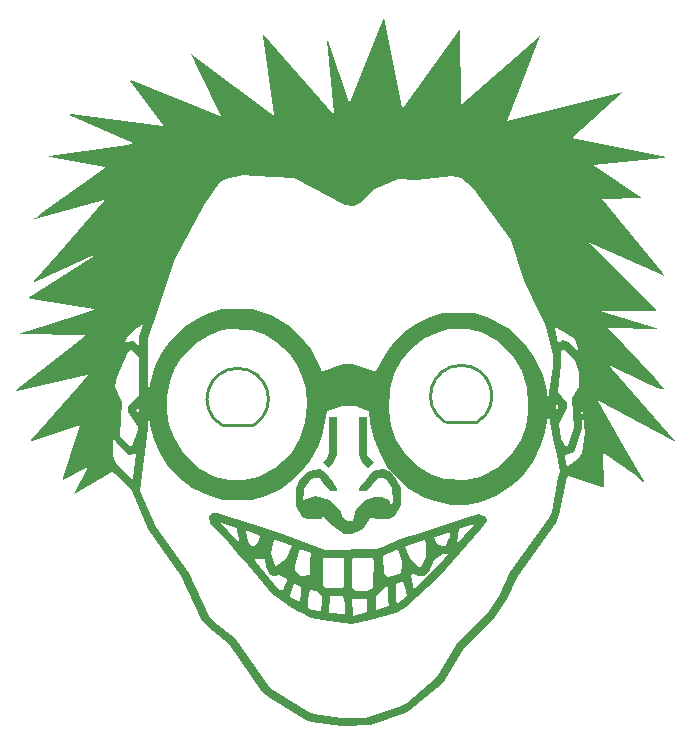
<source format=gbo>
G04 Layer: BottomSilkscreenLayer*
G04 EasyEDA v6.5.50, 2025-05-04 21:41:00*
G04 ca8d08ed92a845228751cf11d91fab5a,29578758438443b98db2ef743fe8f290,10*
G04 Gerber Generator version 0.2*
G04 Scale: 100 percent, Rotated: No, Reflected: No *
G04 Dimensions in millimeters *
G04 leading zeros omitted , absolute positions ,4 integer and 5 decimal *
%FSLAX45Y45*%
%MOMM*%

%ADD10C,0.2540*%
%ADD11C,0.0120*%

%LPD*%
G36*
X2979369Y9210294D02*
G01*
X2944672Y9131757D01*
X2692806Y8499449D01*
X2683002Y8499195D01*
X2502458Y9014307D01*
X2498344Y9009634D01*
X2557322Y8398865D01*
X2552344Y8383676D01*
X1954834Y9067800D01*
X1954834Y9052001D01*
X2050897Y8382863D01*
X2043734Y8375700D01*
X1344625Y8899906D01*
X1411478Y8756599D01*
X1595932Y8377072D01*
X1590802Y8377072D01*
X834034Y8682329D01*
X826922Y8675268D01*
X1110234Y8298129D01*
X1103376Y8292998D01*
X326136Y8393785D01*
X311962Y8389772D01*
X854862Y8145983D01*
X815187Y8133740D01*
X142748Y8035036D01*
X135432Y8028076D01*
X151485Y8027974D01*
X612292Y7941360D01*
X616458Y7936433D01*
X66598Y7543800D01*
X30886Y7513269D01*
X13208Y7513269D01*
X22199Y7504277D01*
X603808Y7661909D01*
X608634Y7657134D01*
X218939Y7207910D01*
X540105Y7207910D01*
X540105Y7199172D01*
X531368Y7199172D01*
X531368Y7207910D01*
X218939Y7207910D01*
X18389Y6976668D01*
X22606Y6971639D01*
X448360Y7166356D01*
X522630Y7198563D01*
X522630Y7192518D01*
X-35763Y6837121D01*
X-5740Y6825234D01*
X522630Y6741871D01*
X522630Y6731660D01*
X72847Y6594094D01*
X-119278Y6531711D01*
X455218Y6522974D01*
X359033Y6446367D01*
X774242Y6446367D01*
X809193Y6514287D01*
X862837Y6565138D01*
X928725Y6604253D01*
X940511Y6605879D01*
X906881Y6510324D01*
X906881Y6500774D01*
X976731Y6500774D01*
X1022197Y6618986D01*
X1062075Y6732371D01*
X1210513Y7168642D01*
X1450238Y7620914D01*
X1593697Y7814614D01*
X1641652Y7846009D01*
X1784553Y7879029D01*
X1889353Y7871561D01*
X2212492Y7850784D01*
X2378405Y7763764D01*
X2502408Y7698384D01*
X2646222Y7624419D01*
X2720441Y7616037D01*
X2771394Y7643215D01*
X2902407Y7757617D01*
X3094532Y7840472D01*
X3260445Y7836763D01*
X3555339Y7872628D01*
X3630574Y7851597D01*
X3732022Y7770063D01*
X4050182Y7325715D01*
X4167174Y6976668D01*
X4307027Y6680047D01*
X4336897Y6636410D01*
X4349081Y6588759D01*
X4426305Y6588759D01*
X4500524Y6551117D01*
X4593336Y6491986D01*
X4616450Y6435750D01*
X4628337Y6374688D01*
X4542485Y6465265D01*
X4494885Y6477203D01*
X4454347Y6458762D01*
X4426305Y6570218D01*
X4426305Y6588759D01*
X4349081Y6588759D01*
X4408830Y6355130D01*
X4407560Y6252514D01*
X4378499Y6040424D01*
X4449470Y6040424D01*
X4478934Y6269990D01*
X4478731Y6384239D01*
X4499813Y6405372D01*
X4591761Y6314694D01*
X4627168Y6209893D01*
X4627168Y6080150D01*
X4573320Y5986119D01*
X4585716Y5735777D01*
X4538827Y5595112D01*
X4516678Y5576671D01*
X4481118Y5641746D01*
X4461357Y5766663D01*
X4525314Y5901182D01*
X4525314Y5950000D01*
X4449470Y6040424D01*
X4378499Y6040424D01*
X4368088Y5964580D01*
X4354779Y6051854D01*
X4321860Y6188202D01*
X4252010Y6337046D01*
X4174490Y6445554D01*
X4027881Y6584086D01*
X3854297Y6673799D01*
X3749497Y6705955D01*
X3470046Y6706209D01*
X3347770Y6664655D01*
X3247593Y6615633D01*
X3169107Y6561632D01*
X3064154Y6464604D01*
X2983382Y6357213D01*
X2913481Y6217615D01*
X2907842Y6211468D01*
X2718968Y6274308D01*
X2629001Y6274308D01*
X2448814Y6211671D01*
X2441143Y6234684D01*
X2356561Y6403441D01*
X2259838Y6526936D01*
X2164130Y6604863D01*
X2037791Y6683349D01*
X1871878Y6740601D01*
X1609902Y6741109D01*
X1496364Y6707886D01*
X1391564Y6661048D01*
X1286764Y6594195D01*
X1163218Y6470650D01*
X1092657Y6365951D01*
X1038047Y6257696D01*
X993394Y6104178D01*
X981412Y6002324D01*
X1142695Y6002324D01*
X1167892Y6134049D01*
X1210716Y6239916D01*
X1269288Y6337147D01*
X1378305Y6449110D01*
X1485087Y6518046D01*
X1583690Y6555079D01*
X1653539Y6570065D01*
X1854403Y6564934D01*
X1962099Y6527647D01*
X2068118Y6465570D01*
X2174849Y6366865D01*
X2240635Y6269990D01*
X2286863Y6178651D01*
X2313940Y6078016D01*
X2328062Y5932627D01*
X2313076Y5784951D01*
X2268067Y5650484D01*
X2187600Y5519623D01*
X2059228Y5393740D01*
X1915566Y5322976D01*
X1793290Y5297424D01*
X1671015Y5297424D01*
X1548739Y5323078D01*
X1417777Y5387086D01*
X1267764Y5537047D01*
X1196238Y5659221D01*
X1161034Y5765038D01*
X1142796Y5877356D01*
X1142695Y6002324D01*
X981412Y6002324D01*
X979017Y5982055D01*
X976731Y6500774D01*
X906881Y6500774D01*
X906881Y6430873D01*
X855929Y6468465D01*
X806450Y6460032D01*
X774242Y6446367D01*
X359033Y6446367D01*
X-133299Y6054242D01*
X-128016Y6049060D01*
X463956Y6187541D01*
X471170Y6180328D01*
X389082Y6086754D01*
X704443Y6086754D01*
X713790Y6168593D01*
X813104Y6383375D01*
X832662Y6396228D01*
X841400Y6396329D01*
X906881Y6334302D01*
X906881Y6013958D01*
X810818Y5922365D01*
X810818Y5889548D01*
X877824Y5889548D01*
X900277Y5916625D01*
X906881Y5916625D01*
X906881Y5860491D01*
X877824Y5889548D01*
X810818Y5889548D01*
X810818Y5872175D01*
X898144Y5742889D01*
X898144Y5715558D01*
X843330Y5585053D01*
X832002Y5585053D01*
X747318Y5670905D01*
X756361Y5955893D01*
X704443Y6086754D01*
X389082Y6086754D01*
X-8839Y5633212D01*
X-5080Y5629452D01*
X387248Y5750560D01*
X407771Y5750814D01*
X322644Y5496102D01*
X679805Y5496102D01*
X680364Y5650484D01*
X706577Y5615584D01*
X815136Y5504789D01*
X880618Y5513578D01*
X871677Y5449824D01*
X855980Y5313172D01*
X845210Y5302402D01*
X706221Y5440476D01*
X679805Y5496102D01*
X322644Y5496102D01*
X260604Y5310581D01*
X260604Y5296966D01*
X457098Y5397296D01*
X471220Y5403646D01*
X355752Y5173370D01*
X369773Y5181244D01*
X673150Y5360060D01*
X715772Y5337251D01*
X841352Y5205120D01*
X914704Y5205120D01*
X976731Y5739841D01*
X978966Y5886043D01*
X994460Y5763920D01*
X1029258Y5636717D01*
X1079093Y5526989D01*
X1145032Y5423662D01*
X1230376Y5324856D01*
X1356664Y5228234D01*
X1505102Y5158943D01*
X1618640Y5127498D01*
X1863140Y5127244D01*
X1976678Y5157978D01*
X2103221Y5217718D01*
X2186279Y5274614D01*
X2270810Y5353304D01*
X2355646Y5459882D01*
X2424684Y5589422D01*
X2462174Y5702858D01*
X2492603Y5877356D01*
X2631643Y5925870D01*
X2739237Y5918758D01*
X2815157Y5891530D01*
X3017723Y5891530D01*
X3027984Y6069279D01*
X3065678Y6191453D01*
X3125063Y6305143D01*
X3211372Y6411671D01*
X3321558Y6494983D01*
X3426358Y6544208D01*
X3522421Y6569811D01*
X3688384Y6570725D01*
X3799890Y6544462D01*
X3941622Y6471208D01*
X4081373Y6331051D01*
X4147312Y6217615D01*
X4192981Y6078016D01*
X4198249Y5943803D01*
X4435043Y5943803D01*
X4452518Y5933033D01*
X4452518Y5900166D01*
X4435043Y5889396D01*
X4435043Y5943803D01*
X4198249Y5943803D01*
X4201312Y5865774D01*
X4180535Y5746445D01*
X4135628Y5633059D01*
X4057294Y5510885D01*
X3939184Y5396280D01*
X3793185Y5322824D01*
X3662172Y5295392D01*
X3496259Y5304485D01*
X3382467Y5340197D01*
X3273856Y5406186D01*
X3166008Y5510885D01*
X3084169Y5635447D01*
X3039719Y5755284D01*
X3017723Y5891530D01*
X2815157Y5891530D01*
X2853588Y5877763D01*
X2864053Y5781344D01*
X2890367Y5641746D01*
X2949041Y5505348D01*
X3007207Y5409133D01*
X3094532Y5306212D01*
X3193440Y5222951D01*
X3312820Y5151628D01*
X3410508Y5115204D01*
X3543554Y5087721D01*
X3682847Y5087721D01*
X3802430Y5112867D01*
X3930497Y5160264D01*
X4055160Y5242001D01*
X4144873Y5323179D01*
X4241647Y5449824D01*
X4310888Y5589422D01*
X4345787Y5702858D01*
X4365244Y5833719D01*
X4369612Y5886043D01*
X4410405Y5641746D01*
X4439331Y5503113D01*
X4511954Y5503113D01*
X4584801Y5535930D01*
X4615942Y5598160D01*
X4655464Y5729020D01*
X4645812Y5982055D01*
X4681016Y5694121D01*
X4654651Y5521147D01*
X4621022Y5475986D01*
X4538776Y5416854D01*
X4523282Y5432348D01*
X4511954Y5503113D01*
X4439331Y5503113D01*
X4468266Y5364632D01*
X4453483Y5318963D01*
X4398314Y5022291D01*
X4376521Y4969916D01*
X4049115Y4519828D01*
X3955694Y4311954D01*
X3866337Y4184802D01*
X3591509Y3896766D01*
X3427831Y3628288D01*
X3173120Y3410965D01*
X3122777Y3384702D01*
X2823768Y3281832D01*
X2619502Y3281679D01*
X2382418Y3316478D01*
X2325979Y3341115D01*
X2011832Y3531971D01*
X1713839Y3957828D01*
X1574952Y4067149D01*
X1496364Y4141063D01*
X1324406Y4507534D01*
X1049934Y4900117D01*
X914704Y5205120D01*
X841400Y5205069D01*
X981100Y4878476D01*
X1258519Y4481322D01*
X1431848Y4115257D01*
X1476095Y4057294D01*
X1663801Y3909415D01*
X1949246Y3498799D01*
X2011629Y3450234D01*
X2301798Y3273044D01*
X2360980Y3248355D01*
X2622702Y3210306D01*
X2867456Y3217926D01*
X3159760Y3324606D01*
X3202584Y3347110D01*
X3480257Y3578758D01*
X3644239Y3853129D01*
X3916730Y4132326D01*
X4021683Y4289399D01*
X4110431Y4484725D01*
X4437329Y4935067D01*
X4463338Y4996129D01*
X4524705Y5318963D01*
X4536287Y5331968D01*
X4823053Y5236057D01*
X4839055Y5236057D01*
X4831181Y5523077D01*
X4849876Y5512663D01*
X5096154Y5349951D01*
X5170119Y5278272D01*
X5179263Y5287365D01*
X5013401Y5571947D01*
X4791608Y5961634D01*
X4797450Y5966714D01*
X5417515Y5635701D01*
X5441899Y5625846D01*
X4910988Y6235242D01*
X4887061Y6265570D01*
X5199024Y6116066D01*
X5318099Y6063843D01*
X5345531Y6069279D01*
X5276037Y6156553D01*
X5146802Y6298438D01*
X4876647Y6581546D01*
X5308346Y6575348D01*
X5308346Y6577177D01*
X4806289Y6723684D01*
X5282133Y6728307D01*
X5282133Y6743750D01*
X4714392Y7297928D01*
X4719726Y7303262D01*
X5295239Y7049465D01*
X5352186Y7025487D01*
X5334965Y7055205D01*
X4822088Y7674711D01*
X5162245Y7679436D01*
X4771288Y7942986D01*
X4748885Y7963763D01*
X5338927Y8020507D01*
X5370626Y8032750D01*
X4614062Y8179257D01*
X4572304Y8190230D01*
X5001463Y8581898D01*
X4998313Y8584590D01*
X4020667Y8334451D01*
X4017772Y8337803D01*
X4128312Y8617000D01*
X4302201Y9057589D01*
X4296918Y9057589D01*
X3627221Y8473744D01*
X3618484Y9111437D01*
X3138881Y8447633D01*
X3129432Y8456777D01*
G37*
G36*
X2513787Y5829350D02*
G01*
X2513787Y5522823D01*
X2494127Y5484723D01*
X2457856Y5444998D01*
X2504541Y5398363D01*
X2550414Y5441086D01*
X2583637Y5505856D01*
X2583637Y5829350D01*
G37*
G36*
X2767025Y5829350D02*
G01*
X2767025Y5505958D01*
X2791053Y5449824D01*
X2845968Y5398211D01*
X2892094Y5444286D01*
X2836875Y5507126D01*
X2836875Y5829350D01*
G37*
G36*
X2434336Y5384393D02*
G01*
X2378405Y5382818D01*
X2322728Y5366715D01*
X2268778Y5301488D01*
X2231288Y5224373D01*
X2229916Y5074462D01*
X2286762Y4985816D01*
X2331212Y4965598D01*
X2451201Y4965598D01*
X2458212Y4986680D01*
X2544318Y4907330D01*
X2637586Y4834686D01*
X2710281Y4834890D01*
X2799740Y4876495D01*
X2864866Y4981905D01*
X2907893Y4965598D01*
X3024632Y4965852D01*
X3068320Y4987848D01*
X3126384Y5083352D01*
X3119475Y5231688D01*
X3082239Y5303520D01*
X3034182Y5360568D01*
X2977184Y5384393D01*
X2911094Y5383784D01*
X2873095Y5362549D01*
X2823768Y5298287D01*
X2777794Y5240426D01*
X2765856Y5201158D01*
X2836570Y5201158D01*
X2925826Y5314594D01*
X2966466Y5314594D01*
X2994710Y5303774D01*
X3048965Y5224932D01*
X3057347Y5108397D01*
X3028543Y5052822D01*
X3019653Y5052822D01*
X3035706Y5083352D01*
X3020568Y5123383D01*
X2959709Y5148783D01*
X2893669Y5148732D01*
X2825851Y5129885D01*
X2743047Y5052517D01*
X2713736Y4948123D01*
X2670352Y4948123D01*
X2627477Y4976215D01*
X2609850Y5041544D01*
X2517851Y5128463D01*
X2391714Y5159349D01*
X2304846Y5128158D01*
X2296007Y5100828D01*
X2303729Y5220716D01*
X2357170Y5303977D01*
X2395880Y5314340D01*
X2434742Y5314594D01*
X2461158Y5266588D01*
X2519984Y5201158D01*
X2583637Y5201158D01*
X2583637Y5223459D01*
X2544318Y5277053D01*
X2479395Y5363870D01*
G37*
G36*
X1518818Y5017922D02*
G01*
X1499108Y4981194D01*
X1508175Y4932883D01*
X1602333Y4932883D01*
X1636115Y4922164D01*
X1730959Y4891430D01*
X1738034Y4860899D01*
X1829460Y4860899D01*
X1915566Y4832400D01*
X1928875Y4820513D01*
X1908962Y4760569D01*
X1881632Y4738725D01*
X1850643Y4738725D01*
X1830070Y4777181D01*
X1807972Y4860899D01*
X1738034Y4860899D01*
X1753260Y4795469D01*
X1753971Y4769866D01*
X1656537Y4865268D01*
X1602333Y4932883D01*
X1508175Y4932883D01*
X1510080Y4922723D01*
X1662277Y4760112D01*
X1735629Y4679746D01*
X2023211Y4679746D01*
X2045512Y4791659D01*
X2067306Y4783328D01*
X2136749Y4764633D01*
X2198674Y4738776D01*
X2148027Y4629658D01*
X2065070Y4565243D01*
X2053336Y4572457D01*
X2023211Y4679746D01*
X1735629Y4679746D01*
X1785334Y4625289D01*
X1970379Y4625289D01*
X1982419Y4561179D01*
X1998165Y4521860D01*
X2225598Y4521860D01*
X2225598Y4571136D01*
X2261463Y4690770D01*
X2268423Y4711903D01*
X2357120Y4675073D01*
X2356612Y4655820D01*
X2966212Y4655820D01*
X3077057Y4702403D01*
X3096463Y4703826D01*
X3133801Y4606290D01*
X3133801Y4566412D01*
X3122726Y4511141D01*
X3078467Y4488738D01*
X3203194Y4488738D01*
X3220669Y4506163D01*
X3265627Y4485690D01*
X3314852Y4485690D01*
X3358642Y4520133D01*
X3397707Y4616246D01*
X3478784Y4667707D01*
X3519525Y4668926D01*
X3461969Y4594758D01*
X3235198Y4371797D01*
X3223158Y4394098D01*
X3203194Y4488738D01*
X3078467Y4488738D01*
X3077057Y4488027D01*
X3013913Y4476648D01*
X2977286Y4507534D01*
X2966212Y4655820D01*
X2356612Y4655820D01*
X2356038Y4634026D01*
X2636012Y4634026D01*
X2636012Y4391609D01*
X2615575Y4383735D01*
X2705912Y4383735D01*
X2705912Y4622393D01*
X2717546Y4634026D01*
X2887421Y4634026D01*
X2896108Y4611370D01*
X2888204Y4416450D01*
X3081426Y4416450D01*
X3120694Y4432249D01*
X3142234Y4433366D01*
X3153054Y4385360D01*
X3170580Y4315714D01*
X3095142Y4250791D01*
X3081680Y4271924D01*
X3081426Y4416450D01*
X2888204Y4416450D01*
X2886862Y4383328D01*
X2838551Y4354830D01*
X2737815Y4354830D01*
X2705912Y4383735D01*
X2615575Y4383735D01*
X2608427Y4380992D01*
X2488793Y4380992D01*
X2461361Y4408424D01*
X2461361Y4634026D01*
X2356038Y4634026D01*
X2352192Y4490059D01*
X2272639Y4484878D01*
X2225598Y4521860D01*
X1998165Y4521860D01*
X2009190Y4494276D01*
X2050897Y4483811D01*
X2093468Y4494479D01*
X2155698Y4457801D01*
X2155698Y4444238D01*
X2132076Y4385360D01*
X2121154Y4354423D01*
X2084832Y4376623D01*
X1898091Y4602226D01*
X1884121Y4625289D01*
X1785334Y4625289D01*
X1829104Y4577334D01*
X1992325Y4376623D01*
X2048843Y4316780D01*
X2181301Y4316780D01*
X2219248Y4415891D01*
X2226462Y4415891D01*
X2277973Y4389272D01*
X2277973Y4339793D01*
X2266848Y4258919D01*
X2203754Y4296460D01*
X2181301Y4316780D01*
X2048843Y4316780D01*
X2055266Y4309973D01*
X2203506Y4215841D01*
X2339086Y4215841D01*
X2339086Y4282592D01*
X2350465Y4365396D01*
X2411476Y4355541D01*
X2452624Y4316882D01*
X2452624Y4261307D01*
X2441854Y4182668D01*
X2371750Y4198366D01*
X2339086Y4215841D01*
X2203506Y4215841D01*
X2262547Y4178350D01*
X2512872Y4178350D01*
X2524912Y4311192D01*
X2633726Y4311192D01*
X2638072Y4285030D01*
X2837738Y4285030D01*
X2833504Y4196588D01*
X2906776Y4196588D01*
X2906776Y4309465D01*
X2969869Y4372508D01*
X2998470Y4389221D01*
X3011576Y4389729D01*
X3011576Y4278477D01*
X3021939Y4226661D01*
X2906776Y4196588D01*
X2833504Y4196588D01*
X2832506Y4175963D01*
X2718968Y4147667D01*
X2716022Y4158538D01*
X2708249Y4285030D01*
X2638072Y4285030D01*
X2644546Y4245762D01*
X2644749Y4165803D01*
X2636215Y4157268D01*
X2519934Y4171238D01*
X2512872Y4178350D01*
X2262547Y4178350D01*
X2264867Y4176877D01*
X2362657Y4129379D01*
X2509418Y4102608D01*
X2703677Y4075074D01*
X2858719Y4110126D01*
X3079496Y4168851D01*
X3168345Y4219600D01*
X3442919Y4472635D01*
X3801872Y4880457D01*
X3851706Y4946243D01*
X3839514Y4984597D01*
X3786022Y5007051D01*
X3723284Y4990338D01*
X3234232Y4832858D01*
X3162344Y4809083D01*
X3402177Y4809083D01*
X3408883Y4814874D01*
X3513683Y4850790D01*
X3535527Y4852162D01*
X3535172Y4812893D01*
X3515695Y4770069D01*
X3597351Y4770069D01*
X3609746Y4882083D01*
X3705809Y4912156D01*
X3738930Y4913223D01*
X3653332Y4821631D01*
X3604666Y4762703D01*
X3597351Y4770069D01*
X3515695Y4770069D01*
X3501440Y4738725D01*
X3477006Y4738725D01*
X3423665Y4757318D01*
X3402177Y4809083D01*
X3162344Y4809083D01*
X3112008Y4792472D01*
X2968547Y4732274D01*
X3159353Y4732274D01*
X3166364Y4739233D01*
X3321558Y4787646D01*
X3332937Y4751832D01*
X3334664Y4640884D01*
X3295497Y4555490D01*
X3277260Y4555490D01*
X3196082Y4638395D01*
X3159353Y4732274D01*
X2968547Y4732274D01*
X2911094Y4708194D01*
X2481275Y4702759D01*
X2142591Y4833010D01*
X2021839Y4869942D01*
X1566214Y5017922D01*
G37*
D10*
X1869899Y5758652D02*
G01*
X1609900Y5758652D01*
X3762199Y5784052D02*
G01*
X3502200Y5784052D01*
G75*
G01*
X1601724Y5761482D02*
G02*
X1878076Y5761482I138176J220244D01*
G75*
G01*
X3494024Y5786882D02*
G02*
X3770376Y5786882I138176J220244D01*
M02*

</source>
